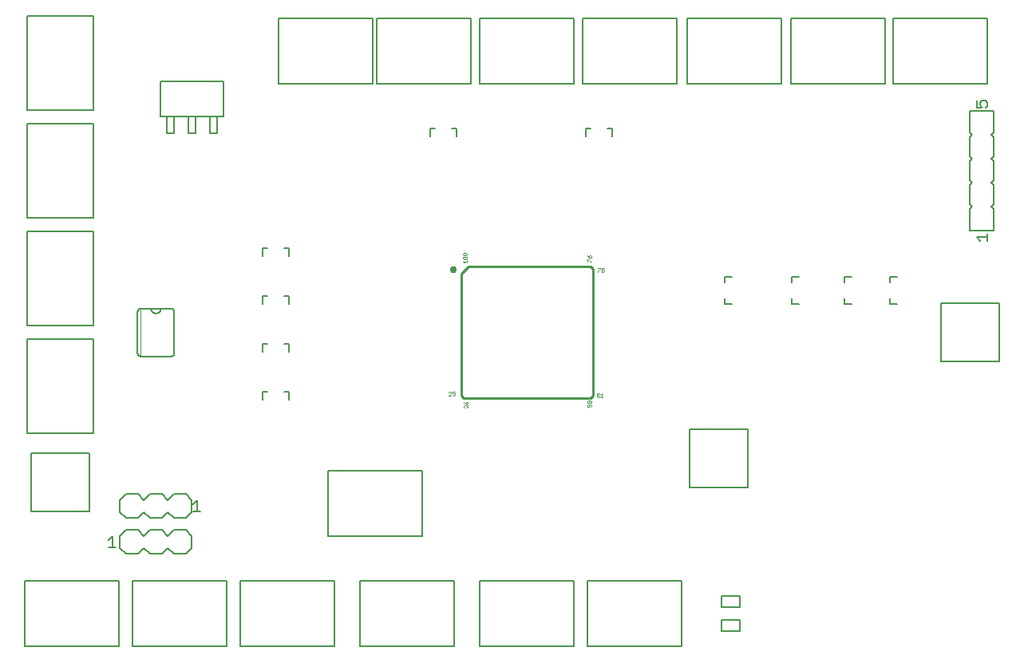
<source format=gto>
G75*
%MOIN*%
%OFA0B0*%
%FSLAX25Y25*%
%IPPOS*%
%LPD*%
%AMOC8*
5,1,8,0,0,1.08239X$1,22.5*
%
%ADD10C,0.00600*%
%ADD11C,0.00500*%
%ADD12C,0.00200*%
%ADD13C,0.01000*%
%ADD14C,0.03000*%
%ADD15C,0.00100*%
D10*
X0044300Y0048495D02*
X0049300Y0048495D01*
X0051800Y0050995D01*
X0054300Y0048495D01*
X0059300Y0048495D01*
X0061800Y0050995D01*
X0064300Y0048495D01*
X0069300Y0048495D01*
X0071800Y0050995D01*
X0071800Y0055995D01*
X0069300Y0058495D01*
X0064300Y0058495D01*
X0061800Y0055995D01*
X0059300Y0058495D01*
X0054300Y0058495D01*
X0051800Y0055995D01*
X0049300Y0058495D01*
X0044300Y0058495D01*
X0041800Y0055995D01*
X0041800Y0050995D01*
X0044300Y0048495D01*
X0044300Y0063495D02*
X0041800Y0065995D01*
X0041800Y0070995D01*
X0044300Y0073495D01*
X0049300Y0073495D01*
X0051800Y0070995D01*
X0054300Y0073495D01*
X0059300Y0073495D01*
X0061800Y0070995D01*
X0064300Y0073495D01*
X0069300Y0073495D01*
X0071800Y0070995D01*
X0071800Y0065995D01*
X0069300Y0063495D01*
X0064300Y0063495D01*
X0061800Y0065995D01*
X0059300Y0063495D01*
X0054300Y0063495D01*
X0051800Y0065995D01*
X0049300Y0063495D01*
X0044300Y0063495D01*
X0101202Y0112896D02*
X0101202Y0116093D01*
X0103398Y0116093D01*
X0110202Y0116093D02*
X0112398Y0116093D01*
X0112398Y0112896D01*
X0112398Y0132896D02*
X0112398Y0136093D01*
X0110202Y0136093D01*
X0103398Y0136093D02*
X0101202Y0136093D01*
X0101202Y0132896D01*
X0101202Y0152896D02*
X0101202Y0156093D01*
X0103398Y0156093D01*
X0110202Y0156093D02*
X0112398Y0156093D01*
X0112398Y0152896D01*
X0112398Y0172896D02*
X0112398Y0176093D01*
X0110202Y0176093D01*
X0103398Y0176093D02*
X0101202Y0176093D01*
X0101202Y0172896D01*
X0064500Y0149495D02*
X0064500Y0132495D01*
X0064498Y0132419D01*
X0064492Y0132343D01*
X0064483Y0132268D01*
X0064469Y0132193D01*
X0064452Y0132119D01*
X0064431Y0132046D01*
X0064407Y0131974D01*
X0064378Y0131903D01*
X0064347Y0131834D01*
X0064312Y0131767D01*
X0064273Y0131702D01*
X0064231Y0131638D01*
X0064186Y0131577D01*
X0064138Y0131518D01*
X0064087Y0131462D01*
X0064033Y0131408D01*
X0063977Y0131357D01*
X0063918Y0131309D01*
X0063857Y0131264D01*
X0063793Y0131222D01*
X0063728Y0131183D01*
X0063661Y0131148D01*
X0063592Y0131117D01*
X0063521Y0131088D01*
X0063449Y0131064D01*
X0063376Y0131043D01*
X0063302Y0131026D01*
X0063227Y0131012D01*
X0063152Y0131003D01*
X0063076Y0130997D01*
X0063000Y0130995D01*
X0050600Y0130995D01*
X0050524Y0130997D01*
X0050448Y0131003D01*
X0050373Y0131012D01*
X0050298Y0131026D01*
X0050224Y0131043D01*
X0050151Y0131064D01*
X0050079Y0131088D01*
X0050008Y0131117D01*
X0049939Y0131148D01*
X0049872Y0131183D01*
X0049807Y0131222D01*
X0049743Y0131264D01*
X0049682Y0131309D01*
X0049623Y0131357D01*
X0049567Y0131408D01*
X0049513Y0131462D01*
X0049462Y0131518D01*
X0049414Y0131577D01*
X0049369Y0131638D01*
X0049327Y0131702D01*
X0049288Y0131767D01*
X0049253Y0131834D01*
X0049222Y0131903D01*
X0049193Y0131974D01*
X0049169Y0132046D01*
X0049148Y0132119D01*
X0049131Y0132193D01*
X0049117Y0132268D01*
X0049108Y0132343D01*
X0049102Y0132419D01*
X0049100Y0132495D01*
X0049100Y0149495D01*
X0049102Y0149571D01*
X0049108Y0149647D01*
X0049117Y0149722D01*
X0049131Y0149797D01*
X0049148Y0149871D01*
X0049169Y0149944D01*
X0049193Y0150016D01*
X0049222Y0150087D01*
X0049253Y0150156D01*
X0049288Y0150223D01*
X0049327Y0150288D01*
X0049369Y0150352D01*
X0049414Y0150413D01*
X0049462Y0150472D01*
X0049513Y0150528D01*
X0049567Y0150582D01*
X0049623Y0150633D01*
X0049682Y0150681D01*
X0049743Y0150726D01*
X0049807Y0150768D01*
X0049872Y0150807D01*
X0049939Y0150842D01*
X0050008Y0150873D01*
X0050079Y0150902D01*
X0050151Y0150926D01*
X0050224Y0150947D01*
X0050298Y0150964D01*
X0050373Y0150978D01*
X0050448Y0150987D01*
X0050524Y0150993D01*
X0050600Y0150995D01*
X0063000Y0150995D01*
X0063076Y0150993D01*
X0063152Y0150987D01*
X0063227Y0150978D01*
X0063302Y0150964D01*
X0063376Y0150947D01*
X0063449Y0150926D01*
X0063521Y0150902D01*
X0063592Y0150873D01*
X0063661Y0150842D01*
X0063728Y0150807D01*
X0063793Y0150768D01*
X0063857Y0150726D01*
X0063918Y0150681D01*
X0063977Y0150633D01*
X0064033Y0150582D01*
X0064087Y0150528D01*
X0064138Y0150472D01*
X0064186Y0150413D01*
X0064231Y0150352D01*
X0064273Y0150288D01*
X0064312Y0150223D01*
X0064347Y0150156D01*
X0064378Y0150087D01*
X0064407Y0150016D01*
X0064431Y0149944D01*
X0064452Y0149871D01*
X0064469Y0149797D01*
X0064483Y0149722D01*
X0064492Y0149647D01*
X0064498Y0149571D01*
X0064500Y0149495D01*
X0058800Y0150995D02*
X0058798Y0150907D01*
X0058792Y0150818D01*
X0058782Y0150730D01*
X0058769Y0150643D01*
X0058751Y0150556D01*
X0058730Y0150470D01*
X0058705Y0150385D01*
X0058676Y0150302D01*
X0058643Y0150219D01*
X0058607Y0150139D01*
X0058568Y0150060D01*
X0058525Y0149982D01*
X0058478Y0149907D01*
X0058428Y0149834D01*
X0058375Y0149763D01*
X0058319Y0149694D01*
X0058260Y0149628D01*
X0058198Y0149565D01*
X0058134Y0149505D01*
X0058067Y0149447D01*
X0057997Y0149393D01*
X0057925Y0149341D01*
X0057851Y0149293D01*
X0057774Y0149248D01*
X0057696Y0149207D01*
X0057616Y0149169D01*
X0057535Y0149135D01*
X0057452Y0149104D01*
X0057367Y0149077D01*
X0057282Y0149054D01*
X0057196Y0149035D01*
X0057108Y0149019D01*
X0057021Y0149007D01*
X0056933Y0148999D01*
X0056844Y0148995D01*
X0056756Y0148995D01*
X0056667Y0148999D01*
X0056579Y0149007D01*
X0056492Y0149019D01*
X0056404Y0149035D01*
X0056318Y0149054D01*
X0056233Y0149077D01*
X0056148Y0149104D01*
X0056065Y0149135D01*
X0055984Y0149169D01*
X0055904Y0149207D01*
X0055826Y0149248D01*
X0055749Y0149293D01*
X0055675Y0149341D01*
X0055603Y0149393D01*
X0055533Y0149447D01*
X0055466Y0149505D01*
X0055402Y0149565D01*
X0055340Y0149628D01*
X0055281Y0149694D01*
X0055225Y0149763D01*
X0055172Y0149834D01*
X0055122Y0149907D01*
X0055075Y0149982D01*
X0055032Y0150060D01*
X0054993Y0150139D01*
X0054957Y0150219D01*
X0054924Y0150302D01*
X0054895Y0150385D01*
X0054870Y0150470D01*
X0054849Y0150556D01*
X0054831Y0150643D01*
X0054818Y0150730D01*
X0054808Y0150818D01*
X0054802Y0150907D01*
X0054800Y0150995D01*
X0061200Y0224095D02*
X0064300Y0224095D01*
X0064300Y0231195D01*
X0061200Y0231195D01*
X0061200Y0224095D01*
X0061200Y0231195D02*
X0058600Y0231195D01*
X0058600Y0245795D01*
X0085000Y0245795D01*
X0085000Y0231195D01*
X0082400Y0231195D01*
X0082400Y0224095D01*
X0079300Y0224095D01*
X0079300Y0231195D01*
X0082400Y0231195D01*
X0079300Y0231195D02*
X0073400Y0231195D01*
X0070200Y0231195D01*
X0070300Y0224095D01*
X0073400Y0224095D01*
X0073400Y0231195D01*
X0070200Y0231195D02*
X0064300Y0231195D01*
X0171202Y0226093D02*
X0171202Y0222896D01*
X0171202Y0226093D02*
X0173398Y0226093D01*
X0180202Y0226093D02*
X0182398Y0226093D01*
X0182398Y0222896D01*
X0236202Y0222896D02*
X0236202Y0226093D01*
X0238398Y0226093D01*
X0245202Y0226093D02*
X0247398Y0226093D01*
X0247398Y0222896D01*
X0294202Y0164093D02*
X0297398Y0164093D01*
X0294202Y0164093D02*
X0294202Y0161896D01*
X0294202Y0155093D02*
X0294202Y0152896D01*
X0297398Y0152896D01*
X0322202Y0152896D02*
X0322202Y0155093D01*
X0322202Y0152896D02*
X0325398Y0152896D01*
X0322202Y0161896D02*
X0322202Y0164093D01*
X0325398Y0164093D01*
X0344202Y0164093D02*
X0344202Y0161896D01*
X0344202Y0164093D02*
X0347398Y0164093D01*
X0344202Y0155093D02*
X0344202Y0152896D01*
X0347398Y0152896D01*
X0363202Y0152896D02*
X0363202Y0155093D01*
X0363202Y0152896D02*
X0366398Y0152896D01*
X0363202Y0161896D02*
X0363202Y0164093D01*
X0366398Y0164093D01*
X0396800Y0183495D02*
X0396800Y0192495D01*
X0397800Y0193495D01*
X0396800Y0194495D01*
X0396800Y0202495D01*
X0397800Y0203495D01*
X0396800Y0204495D01*
X0396800Y0212495D01*
X0397800Y0213495D01*
X0396800Y0214495D01*
X0396800Y0222495D01*
X0397800Y0223495D01*
X0396800Y0224495D01*
X0396800Y0233495D01*
X0406800Y0233495D01*
X0406800Y0224495D01*
X0405800Y0223495D01*
X0406800Y0222495D01*
X0406800Y0214495D01*
X0405800Y0213495D01*
X0406800Y0212495D01*
X0406800Y0204495D01*
X0405800Y0203495D01*
X0406800Y0202495D01*
X0406800Y0194495D01*
X0405800Y0193495D01*
X0406800Y0192495D01*
X0406800Y0183495D01*
X0396800Y0183495D01*
D11*
X0041485Y0009715D02*
X0002115Y0009715D01*
X0002115Y0037274D01*
X0041485Y0037274D01*
X0041485Y0009715D01*
X0047115Y0009715D02*
X0086485Y0009715D01*
X0086485Y0037274D01*
X0047115Y0037274D01*
X0047115Y0009715D01*
X0092115Y0009715D02*
X0092115Y0037274D01*
X0131485Y0037274D01*
X0131485Y0009715D01*
X0092115Y0009715D01*
X0142115Y0009715D02*
X0181485Y0009715D01*
X0181485Y0037274D01*
X0142115Y0037274D01*
X0142115Y0009715D01*
X0192115Y0009715D02*
X0231485Y0009715D01*
X0231485Y0037274D01*
X0192115Y0037274D01*
X0192115Y0009715D01*
X0237115Y0009715D02*
X0276485Y0009715D01*
X0276485Y0037274D01*
X0237115Y0037274D01*
X0237115Y0009715D01*
X0292863Y0016034D02*
X0300737Y0016034D01*
X0300737Y0020955D01*
X0292863Y0020955D01*
X0292863Y0016034D01*
X0292863Y0026034D02*
X0300737Y0026034D01*
X0300737Y0030955D01*
X0292863Y0030955D01*
X0292863Y0026034D01*
X0304000Y0076295D02*
X0279600Y0076295D01*
X0279600Y0100695D01*
X0304000Y0100695D01*
X0304000Y0076295D01*
X0384600Y0128795D02*
X0384600Y0153195D01*
X0409000Y0153195D01*
X0409000Y0128795D01*
X0384600Y0128795D01*
X0401047Y0179245D02*
X0399546Y0180746D01*
X0404050Y0180746D01*
X0404050Y0179245D02*
X0404050Y0182247D01*
X0403299Y0234745D02*
X0404050Y0235495D01*
X0404050Y0236997D01*
X0403299Y0237747D01*
X0401798Y0237747D01*
X0401047Y0236997D01*
X0401047Y0236246D01*
X0401798Y0234745D01*
X0399546Y0234745D01*
X0399546Y0237747D01*
X0403985Y0244715D02*
X0364615Y0244715D01*
X0364615Y0272274D01*
X0403985Y0272274D01*
X0403985Y0244715D01*
X0361485Y0244715D02*
X0361485Y0272274D01*
X0322115Y0272274D01*
X0322115Y0244715D01*
X0361485Y0244715D01*
X0317985Y0244715D02*
X0317985Y0272274D01*
X0278615Y0272274D01*
X0278615Y0244715D01*
X0317985Y0244715D01*
X0274485Y0244715D02*
X0274485Y0272274D01*
X0235115Y0272274D01*
X0235115Y0244715D01*
X0274485Y0244715D01*
X0231485Y0244715D02*
X0231485Y0272274D01*
X0192115Y0272274D01*
X0192115Y0244715D01*
X0231485Y0244715D01*
X0188485Y0244715D02*
X0188485Y0272274D01*
X0149115Y0272274D01*
X0149115Y0244715D01*
X0188485Y0244715D01*
X0147485Y0244715D02*
X0147485Y0272274D01*
X0108115Y0272274D01*
X0108115Y0244715D01*
X0147485Y0244715D01*
X0030580Y0233810D02*
X0030580Y0273180D01*
X0003020Y0273180D01*
X0003020Y0233810D01*
X0030580Y0233810D01*
X0030580Y0228180D02*
X0003020Y0228180D01*
X0003020Y0188810D01*
X0030580Y0188810D01*
X0030580Y0228180D01*
X0030580Y0183180D02*
X0003020Y0183180D01*
X0003020Y0143810D01*
X0030580Y0143810D01*
X0030580Y0183180D01*
X0030580Y0138180D02*
X0003020Y0138180D01*
X0003020Y0098810D01*
X0030580Y0098810D01*
X0030580Y0138180D01*
X0029000Y0090695D02*
X0004600Y0090695D01*
X0004600Y0066295D01*
X0029000Y0066295D01*
X0029000Y0090695D01*
X0072446Y0069247D02*
X0073947Y0070749D01*
X0073947Y0066245D01*
X0072446Y0066245D02*
X0075449Y0066245D01*
X0038551Y0055749D02*
X0038551Y0051245D01*
X0037050Y0051245D02*
X0040053Y0051245D01*
X0037050Y0054247D02*
X0038551Y0055749D01*
X0128615Y0055715D02*
X0167985Y0055715D01*
X0167985Y0083274D01*
X0128615Y0083274D01*
X0128615Y0055715D01*
D12*
X0050500Y0130995D02*
X0050500Y0150995D01*
D13*
X0184241Y0165601D02*
X0184241Y0114420D01*
X0185225Y0113436D01*
X0238375Y0113436D01*
X0239359Y0114420D01*
X0239359Y0167570D01*
X0238375Y0168554D01*
X0187194Y0168554D01*
X0184241Y0165601D01*
D14*
X0181013Y0167314D03*
D15*
X0185052Y0170679D02*
X0186553Y0170679D01*
X0186553Y0170179D02*
X0186553Y0171180D01*
X0186303Y0171652D02*
X0185302Y0172653D01*
X0186303Y0172653D01*
X0186553Y0172403D01*
X0186553Y0171902D01*
X0186303Y0171652D01*
X0185302Y0171652D01*
X0185052Y0171902D01*
X0185052Y0172403D01*
X0185302Y0172653D01*
X0185302Y0173125D02*
X0185052Y0173375D01*
X0185052Y0173876D01*
X0185302Y0174126D01*
X0186303Y0173125D01*
X0186553Y0173375D01*
X0186553Y0173876D01*
X0186303Y0174126D01*
X0185302Y0174126D01*
X0185302Y0173125D02*
X0186303Y0173125D01*
X0185052Y0170679D02*
X0185552Y0170179D01*
X0237020Y0170572D02*
X0237020Y0171573D01*
X0237271Y0171573D01*
X0238271Y0170572D01*
X0238522Y0170572D01*
X0238271Y0172046D02*
X0238522Y0172296D01*
X0238522Y0172796D01*
X0238271Y0173046D01*
X0238021Y0173046D01*
X0237771Y0172796D01*
X0237771Y0172046D01*
X0238271Y0172046D01*
X0237771Y0172046D02*
X0237271Y0172546D01*
X0237020Y0173046D01*
X0241378Y0167743D02*
X0242378Y0167743D01*
X0242378Y0167493D01*
X0241378Y0166492D01*
X0241378Y0166242D01*
X0242851Y0166492D02*
X0243101Y0166242D01*
X0243601Y0166242D01*
X0243852Y0166492D01*
X0243852Y0166992D01*
X0243601Y0167243D01*
X0243351Y0167243D01*
X0242851Y0166992D01*
X0242851Y0167743D01*
X0243852Y0167743D01*
X0181647Y0116168D02*
X0180646Y0116168D01*
X0180646Y0115417D01*
X0181147Y0115668D01*
X0181397Y0115668D01*
X0181647Y0115417D01*
X0181647Y0114917D01*
X0181397Y0114667D01*
X0180896Y0114667D01*
X0180646Y0114917D01*
X0180174Y0114667D02*
X0179173Y0114667D01*
X0180174Y0115668D01*
X0180174Y0115918D01*
X0179923Y0116168D01*
X0179423Y0116168D01*
X0179173Y0115918D01*
X0185446Y0112023D02*
X0185696Y0111522D01*
X0186196Y0111022D01*
X0186196Y0111773D01*
X0186446Y0112023D01*
X0186697Y0112023D01*
X0186947Y0111773D01*
X0186947Y0111272D01*
X0186697Y0111022D01*
X0186196Y0111022D01*
X0185946Y0110550D02*
X0185696Y0110550D01*
X0185446Y0110299D01*
X0185446Y0109799D01*
X0185696Y0109549D01*
X0185946Y0110550D02*
X0186947Y0109549D01*
X0186947Y0110550D01*
X0237020Y0110943D02*
X0237020Y0109942D01*
X0237771Y0109942D01*
X0237521Y0110443D01*
X0237521Y0110693D01*
X0237771Y0110943D01*
X0238271Y0110943D01*
X0238522Y0110693D01*
X0238522Y0110193D01*
X0238271Y0109942D01*
X0238271Y0111416D02*
X0237271Y0112417D01*
X0238271Y0112417D01*
X0238522Y0112166D01*
X0238522Y0111666D01*
X0238271Y0111416D01*
X0237271Y0111416D01*
X0237020Y0111666D01*
X0237020Y0112166D01*
X0237271Y0112417D01*
X0240984Y0114130D02*
X0241234Y0113879D01*
X0241734Y0113879D01*
X0241985Y0114130D01*
X0241985Y0114630D01*
X0241734Y0114880D01*
X0241484Y0114880D01*
X0240984Y0114630D01*
X0240984Y0115381D01*
X0241985Y0115381D01*
X0242457Y0114880D02*
X0242958Y0115381D01*
X0242958Y0113879D01*
X0243458Y0113879D02*
X0242457Y0113879D01*
M02*

</source>
